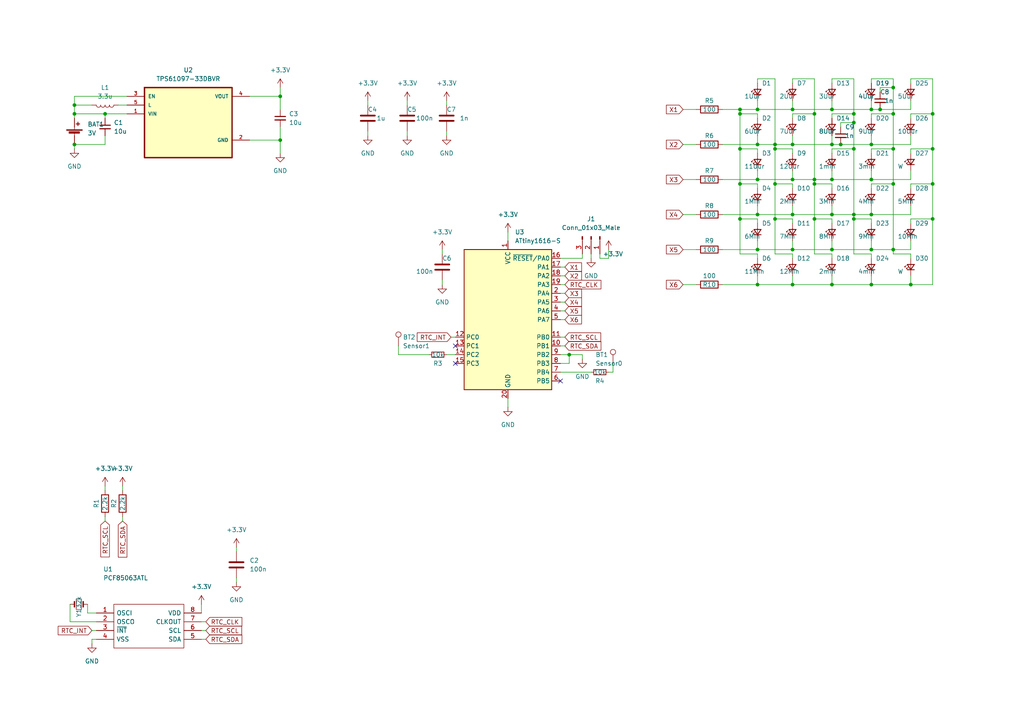
<source format=kicad_sch>
(kicad_sch (version 20211123) (generator eeschema)
  (paper "A4")
  (title_block (title "PCB-Horloge") (date "2022-10-15") (rev "1.0") (company "Daan Dekoning Krekels") (comment 1 "AP Hogeschool"))
  (lib_symbols
    (symbol "Connector:Conn_01x03_Male" (pin_names (offset 1.016) hide)
      (property "Reference" "J" (at 0 5.08 0))
      (property "Value" "Conn_01x03_Male" (at 0 -5.08 0))
      (symbol "Conn_01x03_Male_1_1"
        (polyline (pts (xy 1.27 -2.54) (xy 0.8636 -2.54)) (stroke (width 0.1524)))
        (polyline (pts (xy 1.27 0) (xy 0.8636 0)) (stroke (width 0.1524)))
        (polyline (pts (xy 1.27 2.54) (xy 0.8636 2.54)) (stroke (width 0.1524)))
        (rectangle (start 0.8636 -2.413) (end 0 -2.667) (stroke (width 0.1524)) (fill (type outline)))
        (rectangle (start 0.8636 0.127) (end 0 -0.127) (stroke (width 0.1524)) (fill (type outline)))
        (rectangle (start 0.8636 2.667) (end 0 2.413) (stroke (width 0.1524)) (fill (type outline)))
        (pin passive line (at 5.08 2.54 180) (length 3.81) (name "Pin_1") (number "1"))
        (pin passive line (at 5.08 0 180) (length 3.81) (name "Pin_2") (number "2"))
        (pin passive line (at 5.08 -2.54 180) (length 3.81) (name "Pin_3") (number "3"))
      )
    )
    (symbol "Connector:TestPoint" (pin_numbers hide) (pin_names (offset 0.762) hide)
      (property "Reference" "TP" (at 0 6.858 0))
      (property "Value" "TestPoint" (at 0 5.08 0))
      (symbol "TestPoint_0_1"
        (circle (center 0 3.302) (radius 0.762))
      )
      (symbol "TestPoint_1_1"
        (pin passive line (at 0 0 90) (length 2.54) (name "1") (number "1"))
      )
    )
    (symbol "Device:Battery_Cell" (pin_numbers hide) (pin_names (offset 0) hide)
      (property "Reference" "BT" (at 2.54 2.54 0))
      (property "Value" "Battery_Cell" (at 2.54 0 0))
      (symbol "Battery_Cell_0_1"
        (rectangle (start -2.286 1.778) (end 2.286 1.524) (fill (type outline)))
        (rectangle (start -1.5748 1.1938) (end 1.4732 0.6858) (fill (type outline)))
        (polyline (pts (xy 0 0.762) (xy 0 0)))
        (polyline (pts (xy 0 1.778) (xy 0 2.54)))
        (polyline (pts (xy 0.508 3.429) (xy 1.524 3.429)) (stroke (width 0.254)))
        (polyline (pts (xy 1.016 3.937) (xy 1.016 2.921)) (stroke (width 0.254)))
      )
      (symbol "Battery_Cell_1_1"
        (pin passive line (at 0 5.08 270) (length 2.54) (name "+") (number "1"))
        (pin passive line (at 0 -2.54 90) (length 2.54) (name "-") (number "2"))
      )
    )
    (symbol "Device:C" (pin_numbers hide) (pin_names (offset 0.254))
      (property "Reference" "C" (at 0.635 2.54 0))
      (property "Value" "C" (at 0.635 -2.54 0))
      (symbol "C_0_1"
        (polyline (pts (xy -2.032 -0.762) (xy 2.032 -0.762)) (stroke (width 0.508)))
        (polyline (pts (xy -2.032 0.762) (xy 2.032 0.762)) (stroke (width 0.508)))
      )
      (symbol "C_1_1"
        (pin passive line (at 0 3.81 270) (length 2.794) (name "~") (number "1"))
        (pin passive line (at 0 -3.81 90) (length 2.794) (name "~") (number "2"))
      )
    )
    (symbol "Device:C_Small" (pin_numbers hide) (pin_names (offset 0.254) hide)
      (property "Reference" "C" (at 0.254 1.778 0))
      (property "Value" "C_Small" (at 0.254 -2.032 0))
      (symbol "C_Small_0_1"
        (polyline (pts (xy -1.524 -0.508) (xy 1.524 -0.508)) (stroke (width 0.3302)))
        (polyline (pts (xy -1.524 0.508) (xy 1.524 0.508)) (stroke (width 0.3048)))
      )
      (symbol "C_Small_1_1"
        (pin passive line (at 0 2.54 270) (length 2.032) (name "~") (number "1"))
        (pin passive line (at 0 -2.54 90) (length 2.032) (name "~") (number "2"))
      )
    )
    (symbol "Device:Crystal_Small" (pin_numbers hide) (pin_names (offset 1.016) hide)
      (property "Reference" "Y" (at 0 2.54 0))
      (property "Value" "Crystal_Small" (at 0 -2.54 0))
      (symbol "Crystal_Small_0_1"
        (rectangle (start -0.762 -1.524) (end 0.762 1.524))
        (polyline (pts (xy -1.27 -0.762) (xy -1.27 0.762)) (stroke (width 0.381)))
        (polyline (pts (xy 1.27 -0.762) (xy 1.27 0.762)) (stroke (width 0.381)))
      )
      (symbol "Crystal_Small_1_1"
        (pin passive line (at -2.54 0 0) (length 1.27) (name "1") (number "1"))
        (pin passive line (at 2.54 0 180) (length 1.27) (name "2") (number "2"))
      )
    )
    (symbol "Device:L" (pin_numbers hide) (pin_names (offset 1.016) hide)
      (property "Reference" "L" (at -1.27 0 90))
      (property "Value" "L" (at 1.905 0 90))
      (symbol "L_0_1"
        (arc (start 0 -2.54) (mid 0.635 -1.905) (end 0 -1.27))
        (arc (start 0 -1.27) (mid 0.635 -0.635) (end 0 0))
        (arc (start 0 0) (mid 0.635 0.635) (end 0 1.27))
        (arc (start 0 1.27) (mid 0.635 1.905) (end 0 2.54))
      )
      (symbol "L_1_1"
        (pin passive line (at 0 3.81 270) (length 1.27) (name "1") (number "1"))
        (pin passive line (at 0 -3.81 90) (length 1.27) (name "2") (number "2"))
      )
    )
    (symbol "Device:LED_Small" (pin_numbers hide) (pin_names (offset 0.254) hide)
      (property "Reference" "D" (at -1.27 3.175 0))
      (property "Value" "LED_Small" (at -4.445 -2.54 0))
      (symbol "LED_Small_0_1"
        (polyline (pts (xy -0.762 -1.016) (xy -0.762 1.016)) (stroke (width 0.254)))
        (polyline (pts (xy 1.016 0) (xy -0.762 0)))
        (polyline (pts (xy 0.762 -1.016) (xy -0.762 0) (xy 0.762 1.016) (xy 0.762 -1.016)) (stroke (width 0.254)))
        (polyline (pts (xy 0 0.762) (xy -0.508 1.27) (xy -0.254 1.27) (xy -0.508 1.27) (xy -0.508 1.016)))
        (polyline (pts (xy 0.508 1.27) (xy 0 1.778) (xy 0.254 1.778) (xy 0 1.778) (xy 0 1.524)))
      )
      (symbol "LED_Small_1_1"
        (pin passive line (at -2.54 0 0) (length 1.778) (name "K") (number "1"))
        (pin passive line (at 2.54 0 180) (length 1.778) (name "A") (number "2"))
      )
    )
    (symbol "Device:R" (pin_numbers hide) (pin_names (offset 0))
      (property "Reference" "R" (at 2.032 0 90))
      (property "Value" "R" (at 0 0 90))
      (symbol "R_0_1"
        (rectangle (start -1.016 -2.54) (end 1.016 2.54) (stroke (width 0.254)))
      )
      (symbol "R_1_1"
        (pin passive line (at 0 3.81 270) (length 1.27) (name "~") (number "1"))
        (pin passive line (at 0 -3.81 90) (length 1.27) (name "~") (number "2"))
      )
    )
    (symbol "Device:R_Small" (pin_numbers hide) (pin_names (offset 0.254) hide)
      (property "Reference" "R" (at 0.762 0.508 0))
      (property "Value" "R_Small" (at 0.762 -1.016 0))
      (symbol "R_Small_0_1"
        (rectangle (start -0.762 1.778) (end 0.762 -1.778) (stroke (width 0.2032)))
      )
      (symbol "R_Small_1_1"
        (pin passive line (at 0 2.54 270) (length 0.762) (name "~") (number "1"))
        (pin passive line (at 0 -2.54 90) (length 0.762) (name "~") (number "2"))
      )
    )
    (symbol "MCU_Microchip_ATtiny:ATtiny1616-S"
      (property "Reference" "U" (at -12.7 21.59 0))
      (property "Value" "ATtiny1616-S" (at 2.54 -21.59 0))
      (symbol "ATtiny1616-S_0_1"
        (rectangle (start -12.7 -20.32) (end 12.7 20.32) (stroke (width 0.254)) (fill (type background)))
      )
      (symbol "ATtiny1616-S_1_1"
        (pin power_in line (at 0 22.86 270) (length 2.54) (name "VCC") (number "1"))
        (pin bidirectional line (at 15.24 -7.62 180) (length 2.54) (name "PB1") (number "10"))
        (pin bidirectional line (at 15.24 -5.08 180) (length 2.54) (name "PB0") (number "11"))
        (pin bidirectional line (at -15.24 -5.08 0) (length 2.54) (name "PC0") (number "12"))
        (pin bidirectional line (at -15.24 -7.62 0) (length 2.54) (name "PC1") (number "13"))
        (pin bidirectional line (at -15.24 -10.16 0) (length 2.54) (name "PC2") (number "14"))
        (pin bidirectional line (at -15.24 -12.7 0) (length 2.54) (name "PC3") (number "15"))
        (pin bidirectional line (at 15.24 17.78 180) (length 2.54) (name "~{RESET}/PA0") (number "16"))
        (pin bidirectional line (at 15.24 15.24 180) (length 2.54) (name "PA1") (number "17"))
        (pin bidirectional line (at 15.24 12.7 180) (length 2.54) (name "PA2") (number "18"))
        (pin bidirectional line (at 15.24 10.16 180) (length 2.54) (name "PA3") (number "19"))
        (pin bidirectional line (at 15.24 7.62 180) (length 2.54) (name "PA4") (number "2"))
        (pin power_in line (at 0 -22.86 90) (length 2.54) (name "GND") (number "20"))
        (pin bidirectional line (at 15.24 5.08 180) (length 2.54) (name "PA5") (number "3"))
        (pin bidirectional line (at 15.24 2.54 180) (length 2.54) (name "PA6") (number "4"))
        (pin bidirectional line (at 15.24 0 180) (length 2.54) (name "PA7") (number "5"))
        (pin bidirectional line (at 15.24 -17.78 180) (length 2.54) (name "PB5") (number "6"))
        (pin bidirectional line (at 15.24 -15.24 180) (length 2.54) (name "PB4") (number "7"))
        (pin bidirectional line (at 15.24 -12.7 180) (length 2.54) (name "PB3") (number "8"))
        (pin bidirectional line (at 15.24 -10.16 180) (length 2.54) (name "PB2") (number "9"))
      )
    )
    (symbol "PCF85063AT_AAZ:PCF85063AT_AAZ" (pin_names (offset 0.762))
      (property "Reference" "IC" (at 26.67 7.62 0))
      (property "Value" "PCF85063AT_AAZ" (at 26.67 5.08 0))
      (symbol "PCF85063AT_AAZ_0_0"
        (pin passive line (at 0 0 0) (length 5.08) (name "OSCI") (number "1"))
        (pin passive line (at 0 -2.54 0) (length 5.08) (name "OSCO") (number "2"))
        (pin passive line (at 0 -5.08 0) (length 5.08) (name "~{INT}") (number "3"))
        (pin passive line (at 0 -7.62 0) (length 5.08) (name "VSS") (number "4"))
        (pin passive line (at 30.48 -7.62 180) (length 5.08) (name "SDA") (number "5"))
        (pin passive line (at 30.48 -5.08 180) (length 5.08) (name "SCL") (number "6"))
        (pin passive line (at 30.48 -2.54 180) (length 5.08) (name "CLKOUT") (number "7"))
        (pin passive line (at 30.48 0 180) (length 5.08) (name "VDD") (number "8"))
      )
      (symbol "PCF85063AT_AAZ_0_1"
        (polyline (pts (xy 5.08 2.54) (xy 25.4 2.54) (xy 25.4 -10.16) (xy 5.08 -10.16) (xy 5.08 2.54)) (stroke (width 0.1524)))
      )
    )
    (symbol "TPS61097-33DBVR:TPS61097-33DBVR" (pin_names (offset 1.016))
      (property "Reference" "U" (at -12.7 11.1506 0))
      (property "Value" "TPS61097-33DBVR" (at -12.7 -14.1478 0))
      (symbol "TPS61097-33DBVR_0_0"
        (rectangle (start -12.7 -10.16) (end 12.7 10.16) (stroke (width 0.4064)) (fill (type background)))
        (pin input line (at -17.78 2.54 0) (length 5.08) (name "VIN") (number "1"))
        (pin power_in line (at 17.78 -5.08 180) (length 5.08) (name "GND") (number "2"))
        (pin input line (at -17.78 7.62 0) (length 5.08) (name "EN") (number "3"))
        (pin output line (at 17.78 7.62 180) (length 5.08) (name "VOUT") (number "4"))
        (pin input line (at -17.78 5.08 0) (length 5.08) (name "L") (number "5"))
      )
    )
    (symbol "power:+3.3V" (power) (pin_names (offset 0))
      (property "Value" "+3.3V" (at 0 3.556 0))
      (symbol "+3.3V_0_1"
        (polyline (pts (xy -0.762 1.27) (xy 0 2.54)))
        (polyline (pts (xy 0 0) (xy 0 2.54)))
        (polyline (pts (xy 0 2.54) (xy 0.762 1.27)))
      )
      (symbol "+3.3V_1_1"
        (pin power_in line (at 0 0 90) (length 0) hide (name "+3.3V") (number "1"))
      )
    )
    (symbol "power:GND" (power) (pin_names (offset 0))
      (property "Value" "GND" (at 0 -3.81 0))
      (symbol "GND_0_1"
        (polyline (pts (xy 0 0) (xy 0 -1.27) (xy 1.27 -1.27) (xy 0 -2.54) (xy -1.27 -1.27) (xy 0 -1.27)))
      )
      (symbol "GND_1_1"
        (pin power_in line (at 0 0 270) (length 0) hide (name "GND") (number "1"))
      )
    )
  )
  (junction (at 229.87 72.39))
  (junction (at 241.3 62.23))
  (junction (at 236.22 33.02))
  (junction (at 252.73 62.23))
  (junction (at 259.08 33.02))
  (junction (at 252.73 41.91))
  (junction (at 214.63 43.18))
  (junction (at 236.22 52.07))
  (junction (at 243.84 41.91))
  (junction (at 219.71 72.39))
  (junction (at 241.3 31.75))
  (junction (at 252.73 72.39))
  (junction (at 270.51 63.5))
  (junction (at 224.79 63.5))
  (junction (at 247.65 43.18))
  (junction (at 21.59 33.02))
  (junction (at 247.65 33.02))
  (junction (at 264.16 82.55))
  (junction (at 236.22 63.5))
  (junction (at 214.63 33.02))
  (junction (at 259.08 25.4))
  (junction (at 241.3 82.55))
  (junction (at 224.79 43.18))
  (junction (at 81.28 27.94))
  (junction (at 247.65 35.56))
  (junction (at 229.87 82.55))
  (junction (at 30.48 33.02))
  (junction (at 252.73 82.55))
  (junction (at 165.1 102.87))
  (junction (at 270.51 43.18))
  (junction (at 252.73 52.07))
  (junction (at 229.87 62.23))
  (junction (at 229.87 31.75))
  (junction (at 255.27 31.75))
  (junction (at 229.87 52.07))
  (junction (at 236.22 53.34))
  (junction (at 21.59 30.48))
  (junction (at 214.63 63.5))
  (junction (at 270.51 33.02))
  (junction (at 219.71 82.55))
  (junction (at 21.59 41.91))
  (junction (at 219.71 41.91))
  (junction (at 252.73 31.75))
  (junction (at 214.63 31.75))
  (junction (at 224.79 41.91))
  (junction (at 247.65 62.23))
  (junction (at 241.3 72.39))
  (junction (at 219.71 62.23))
  (junction (at 270.51 53.34))
  (junction (at 241.3 52.07))
  (junction (at 219.71 31.75))
  (junction (at 247.65 63.5))
  (junction (at 81.28 40.64))
  (junction (at 241.3 41.91))
  (junction (at 259.08 72.39))
  (junction (at 229.87 41.91))
  (junction (at 224.79 53.34))
  (junction (at 259.08 53.34))
  (junction (at 219.71 52.07))
  (junction (at 214.63 53.34))
  (junction (at 259.08 43.18))
  (no_connect (at 132.08 100.33))
  (no_connect (at 132.08 105.41))
  (no_connect (at 162.56 110.49))
  (wire (pts (xy 264.16 43.18) (xy 270.51 43.18)))
  (wire (pts (xy 58.42 182.88) (xy 59.69 182.88)))
  (wire (pts (xy 168.91 102.87) (xy 165.1 102.87)))
  (wire (pts (xy 209.55 62.23) (xy 219.71 62.23)))
  (wire (pts (xy 106.68 38.1) (xy 106.68 39.37)))
  (wire (pts (xy 241.3 41.91) (xy 241.3 39.37)))
  (wire (pts (xy 198.12 31.75) (xy 201.93 31.75)))
  (wire (pts (xy 252.73 52.07) (xy 252.73 49.53)))
  (wire (pts (xy 209.55 31.75) (xy 214.63 31.75)))
  (wire (pts (xy 219.71 41.91) (xy 224.79 41.91)))
  (wire (pts (xy 229.87 74.93) (xy 229.87 73.66)))
  (wire (pts (xy 252.73 33.02) (xy 259.08 33.02)))
  (wire (pts (xy 168.91 104.14) (xy 168.91 102.87)))
  (wire (pts (xy 255.27 25.4) (xy 259.08 25.4)))
  (wire (pts (xy 252.73 31.75) (xy 255.27 31.75)))
  (wire (pts (xy 243.84 36.83) (xy 243.84 35.56)))
  (wire (pts (xy 219.71 74.93) (xy 219.71 73.66)))
  (wire (pts (xy 259.08 33.02) (xy 259.08 25.4)))
  (wire (pts (xy 247.65 43.18) (xy 247.65 35.56)))
  (wire (pts (xy 252.73 64.77) (xy 252.73 63.5)))
  (wire (pts (xy 236.22 63.5) (xy 241.3 63.5)))
  (wire (pts (xy 214.63 53.34) (xy 214.63 43.18)))
  (wire (pts (xy 252.73 82.55) (xy 252.73 80.01)))
  (wire (pts (xy 224.79 73.66) (xy 229.87 73.66)))
  (wire (pts (xy 270.51 33.02) (xy 270.51 22.86)))
  (wire (pts (xy 214.63 73.66) (xy 219.71 73.66)))
  (wire (pts (xy 264.16 22.86) (xy 270.51 22.86)))
  (wire (pts (xy 176.53 72.39) (xy 176.53 74.93)))
  (wire (pts (xy 68.58 158.75) (xy 68.58 160.02)))
  (wire (pts (xy 27.94 185.42) (xy 26.67 185.42)))
  (wire (pts (xy 229.87 62.23) (xy 229.87 59.69)))
  (wire (pts (xy 162.56 90.17) (xy 163.83 90.17)))
  (wire (pts (xy 214.63 31.75) (xy 219.71 31.75)))
  (wire (pts (xy 229.87 33.02) (xy 236.22 33.02)))
  (wire (pts (xy 264.16 64.77) (xy 264.16 63.5)))
  (wire (pts (xy 255.27 26.67) (xy 255.27 25.4)))
  (wire (pts (xy 241.3 41.91) (xy 243.84 41.91)))
  (wire (pts (xy 162.56 100.33) (xy 163.83 100.33)))
  (wire (pts (xy 26.67 182.88) (xy 27.94 182.88)))
  (wire (pts (xy 58.42 175.26) (xy 58.42 177.8)))
  (wire (pts (xy 219.71 52.07) (xy 219.71 49.53)))
  (wire (pts (xy 214.63 33.02) (xy 214.63 31.75)))
  (wire (pts (xy 241.3 33.02) (xy 247.65 33.02)))
  (wire (pts (xy 219.71 31.75) (xy 229.87 31.75)))
  (wire (pts (xy 214.63 63.5) (xy 214.63 53.34)))
  (wire (pts (xy 229.87 31.75) (xy 241.3 31.75)))
  (wire (pts (xy 259.08 72.39) (xy 264.16 72.39)))
  (wire (pts (xy 241.3 34.29) (xy 241.3 33.02)))
  (wire (pts (xy 147.32 115.57) (xy 147.32 118.11)))
  (wire (pts (xy 270.51 82.55) (xy 270.51 63.5)))
  (wire (pts (xy 236.22 52.07) (xy 236.22 33.02)))
  (wire (pts (xy 198.12 72.39) (xy 201.93 72.39)))
  (wire (pts (xy 224.79 43.18) (xy 229.87 43.18)))
  (wire (pts (xy 252.73 41.91) (xy 264.16 41.91)))
  (wire (pts (xy 224.79 53.34) (xy 229.87 53.34)))
  (wire (pts (xy 25.4 177.8) (xy 25.4 175.26)))
  (wire (pts (xy 229.87 44.45) (xy 229.87 43.18)))
  (wire (pts (xy 21.59 30.48) (xy 26.67 30.48)))
  (wire (pts (xy 165.1 102.87) (xy 162.56 102.87)))
  (wire (pts (xy 236.22 53.34) (xy 241.3 53.34)))
  (wire (pts (xy 259.08 72.39) (xy 259.08 53.34)))
  (wire (pts (xy 259.08 33.02) (xy 259.08 43.18)))
  (wire (pts (xy 176.53 107.95) (xy 177.8 107.95)))
  (wire (pts (xy 30.48 39.37) (xy 30.48 41.91)))
  (wire (pts (xy 252.73 72.39) (xy 252.73 69.85)))
  (wire (pts (xy 30.48 33.02) (xy 36.83 33.02)))
  (wire (pts (xy 241.3 52.07) (xy 241.3 49.53)))
  (wire (pts (xy 264.16 53.34) (xy 270.51 53.34)))
  (wire (pts (xy 219.71 64.77) (xy 219.71 63.5)))
  (wire (pts (xy 128.27 81.28) (xy 128.27 82.55)))
  (wire (pts (xy 229.87 41.91) (xy 241.3 41.91)))
  (wire (pts (xy 129.54 29.21) (xy 129.54 30.48)))
  (wire (pts (xy 252.73 82.55) (xy 264.16 82.55)))
  (wire (pts (xy 270.51 53.34) (xy 270.51 43.18)))
  (wire (pts (xy 241.3 43.18) (xy 247.65 43.18)))
  (wire (pts (xy 241.3 31.75) (xy 252.73 31.75)))
  (wire (pts (xy 219.71 53.34) (xy 214.63 53.34)))
  (wire (pts (xy 21.59 27.94) (xy 21.59 30.48)))
  (wire (pts (xy 241.3 44.45) (xy 241.3 43.18)))
  (wire (pts (xy 229.87 34.29) (xy 229.87 33.02)))
  (wire (pts (xy 219.71 44.45) (xy 219.71 43.18)))
  (wire (pts (xy 162.56 87.63) (xy 163.83 87.63)))
  (wire (pts (xy 247.65 62.23) (xy 247.65 43.18)))
  (wire (pts (xy 224.79 43.18) (xy 224.79 41.91)))
  (wire (pts (xy 209.55 72.39) (xy 219.71 72.39)))
  (wire (pts (xy 198.12 82.55) (xy 201.93 82.55)))
  (wire (pts (xy 229.87 41.91) (xy 229.87 39.37)))
  (wire (pts (xy 219.71 31.75) (xy 219.71 29.21)))
  (wire (pts (xy 219.71 41.91) (xy 219.71 39.37)))
  (wire (pts (xy 214.63 33.02) (xy 219.71 33.02)))
  (wire (pts (xy 270.51 43.18) (xy 270.51 33.02)))
  (wire (pts (xy 219.71 62.23) (xy 229.87 62.23)))
  (wire (pts (xy 229.87 52.07) (xy 229.87 49.53)))
  (wire (pts (xy 241.3 72.39) (xy 252.73 72.39)))
  (wire (pts (xy 177.8 107.95) (xy 177.8 105.41)))
  (wire (pts (xy 264.16 54.61) (xy 264.16 53.34)))
  (wire (pts (xy 264.16 74.93) (xy 264.16 73.66)))
  (wire (pts (xy 241.3 52.07) (xy 252.73 52.07)))
  (wire (pts (xy 176.53 74.93) (xy 173.99 74.93)))
  (wire (pts (xy 21.59 27.94) (xy 36.83 27.94)))
  (wire (pts (xy 219.71 52.07) (xy 229.87 52.07)))
  (wire (pts (xy 81.28 25.4) (xy 81.28 27.94)))
  (wire (pts (xy 118.11 38.1) (xy 118.11 39.37)))
  (wire (pts (xy 21.59 34.29) (xy 21.59 33.02)))
  (wire (pts (xy 129.54 102.87) (xy 132.08 102.87)))
  (wire (pts (xy 162.56 77.47) (xy 163.83 77.47)))
  (wire (pts (xy 224.79 53.34) (xy 224.79 43.18)))
  (wire (pts (xy 229.87 72.39) (xy 241.3 72.39)))
  (wire (pts (xy 252.73 31.75) (xy 252.73 29.21)))
  (wire (pts (xy 247.65 63.5) (xy 247.65 62.23)))
  (wire (pts (xy 219.71 24.13) (xy 219.71 22.86)))
  (wire (pts (xy 173.99 74.93) (xy 173.99 73.66)))
  (wire (pts (xy 115.57 100.33) (xy 115.57 102.87)))
  (wire (pts (xy 229.87 82.55) (xy 241.3 82.55)))
  (wire (pts (xy 34.29 30.48) (xy 36.83 30.48)))
  (wire (pts (xy 236.22 63.5) (xy 236.22 53.34)))
  (wire (pts (xy 264.16 73.66) (xy 259.08 73.66)))
  (wire (pts (xy 147.32 67.31) (xy 147.32 69.85)))
  (wire (pts (xy 241.3 82.55) (xy 241.3 80.01)))
  (wire (pts (xy 229.87 52.07) (xy 236.22 52.07)))
  (wire (pts (xy 236.22 52.07) (xy 241.3 52.07)))
  (wire (pts (xy 224.79 41.91) (xy 229.87 41.91)))
  (wire (pts (xy 214.63 43.18) (xy 219.71 43.18)))
  (wire (pts (xy 224.79 73.66) (xy 224.79 63.5)))
  (wire (pts (xy 264.16 24.13) (xy 264.16 22.86)))
  (wire (pts (xy 247.65 35.56) (xy 247.65 33.02)))
  (wire (pts (xy 165.1 105.41) (xy 165.1 102.87)))
  (wire (pts (xy 229.87 54.61) (xy 229.87 53.34)))
  (wire (pts (xy 106.68 29.21) (xy 106.68 30.48)))
  (wire (pts (xy 252.73 44.45) (xy 252.73 43.18)))
  (wire (pts (xy 259.08 25.4) (xy 259.08 22.86)))
  (wire (pts (xy 58.42 185.42) (xy 59.69 185.42)))
  (wire (pts (xy 162.56 82.55) (xy 163.83 82.55)))
  (wire (pts (xy 252.73 62.23) (xy 264.16 62.23)))
  (wire (pts (xy 264.16 41.91) (xy 264.16 39.37)))
  (wire (pts (xy 264.16 31.75) (xy 264.16 29.21)))
  (wire (pts (xy 241.3 22.86) (xy 247.65 22.86)))
  (wire (pts (xy 219.71 62.23) (xy 219.71 59.69)))
  (wire (pts (xy 241.3 54.61) (xy 241.3 53.34)))
  (wire (pts (xy 243.84 35.56) (xy 247.65 35.56)))
  (wire (pts (xy 264.16 72.39) (xy 264.16 69.85)))
  (wire (pts (xy 252.73 52.07) (xy 264.16 52.07)))
  (wire (pts (xy 219.71 63.5) (xy 214.63 63.5)))
  (wire (pts (xy 241.3 24.13) (xy 241.3 22.86)))
  (wire (pts (xy 219.71 82.55) (xy 219.71 80.01)))
  (wire (pts (xy 229.87 72.39) (xy 229.87 69.85)))
  (wire (pts (xy 26.67 185.42) (xy 26.67 186.69)))
  (wire (pts (xy 236.22 33.02) (xy 236.22 22.86)))
  (wire (pts (xy 241.3 74.93) (xy 241.3 73.66)))
  (wire (pts (xy 162.56 105.41) (xy 165.1 105.41)))
  (wire (pts (xy 241.3 62.23) (xy 241.3 59.69)))
  (wire (pts (xy 219.71 34.29) (xy 219.71 33.02)))
  (wire (pts (xy 224.79 22.86) (xy 224.79 41.91)))
  (wire (pts (xy 162.56 74.93) (xy 168.91 74.93)))
  (wire (pts (xy 35.56 151.13) (xy 35.56 149.86)))
  (wire (pts (xy 255.27 31.75) (xy 264.16 31.75)))
  (wire (pts (xy 252.73 24.13) (xy 252.73 22.86)))
  (wire (pts (xy 30.48 140.97) (xy 30.48 142.24)))
  (wire (pts (xy 209.55 82.55) (xy 219.71 82.55)))
  (wire (pts (xy 162.56 92.71) (xy 163.83 92.71)))
  (wire (pts (xy 198.12 52.07) (xy 201.93 52.07)))
  (wire (pts (xy 264.16 52.07) (xy 264.16 49.53)))
  (wire (pts (xy 236.22 53.34) (xy 236.22 52.07)))
  (wire (pts (xy 198.12 41.91) (xy 201.93 41.91)))
  (wire (pts (xy 81.28 31.75) (xy 81.28 27.94)))
  (wire (pts (xy 219.71 54.61) (xy 219.71 53.34)))
  (wire (pts (xy 252.73 54.61) (xy 252.73 53.34)))
  (wire (pts (xy 264.16 33.02) (xy 270.51 33.02)))
  (wire (pts (xy 252.73 43.18) (xy 259.08 43.18)))
  (wire (pts (xy 214.63 73.66) (xy 214.63 63.5)))
  (wire (pts (xy 247.65 62.23) (xy 252.73 62.23)))
  (wire (pts (xy 219.71 82.55) (xy 229.87 82.55)))
  (wire (pts (xy 219.71 22.86) (xy 224.79 22.86)))
  (wire (pts (xy 252.73 53.34) (xy 259.08 53.34)))
  (wire (pts (xy 236.22 73.66) (xy 241.3 73.66)))
  (wire (pts (xy 241.3 64.77) (xy 241.3 63.5)))
  (wire (pts (xy 236.22 73.66) (xy 236.22 63.5)))
  (wire (pts (xy 30.48 33.02) (xy 30.48 34.29)))
  (wire (pts (xy 264.16 63.5) (xy 270.51 63.5)))
  (wire (pts (xy 129.54 38.1) (xy 129.54 39.37)))
  (wire (pts (xy 224.79 63.5) (xy 224.79 53.34)))
  (wire (pts (xy 229.87 82.55) (xy 229.87 80.01)))
  (wire (pts (xy 21.59 30.48) (xy 21.59 33.02)))
  (wire (pts (xy 81.28 27.94) (xy 72.39 27.94)))
  (wire (pts (xy 81.28 40.64) (xy 81.28 44.45)))
  (wire (pts (xy 252.73 74.93) (xy 252.73 73.66)))
  (wire (pts (xy 128.27 72.39) (xy 128.27 73.66)))
  (wire (pts (xy 252.73 41.91) (xy 252.73 39.37)))
  (wire (pts (xy 264.16 34.29) (xy 264.16 33.02)))
  (wire (pts (xy 252.73 73.66) (xy 247.65 73.66)))
  (wire (pts (xy 21.59 33.02) (xy 30.48 33.02)))
  (wire (pts (xy 229.87 31.75) (xy 229.87 29.21)))
  (wire (pts (xy 241.3 72.39) (xy 241.3 69.85)))
  (wire (pts (xy 259.08 53.34) (xy 259.08 43.18)))
  (wire (pts (xy 214.63 43.18) (xy 214.63 33.02)))
  (wire (pts (xy 264.16 62.23) (xy 264.16 59.69)))
  (wire (pts (xy 20.32 175.26) (xy 20.32 180.34)))
  (wire (pts (xy 209.55 52.07) (xy 219.71 52.07)))
  (wire (pts (xy 229.87 64.77) (xy 229.87 63.5)))
  (wire (pts (xy 229.87 22.86) (xy 236.22 22.86)))
  (wire (pts (xy 171.45 74.93) (xy 171.45 73.66)))
  (wire (pts (xy 229.87 24.13) (xy 229.87 22.86)))
  (wire (pts (xy 68.58 167.64) (xy 68.58 168.91)))
  (wire (pts (xy 30.48 151.13) (xy 30.48 149.86)))
  (wire (pts (xy 20.32 180.34) (xy 27.94 180.34)))
  (wire (pts (xy 162.56 107.95) (xy 171.45 107.95)))
  (wire (pts (xy 252.73 34.29) (xy 252.73 33.02)))
  (wire (pts (xy 72.39 40.64) (xy 81.28 40.64)))
  (wire (pts (xy 229.87 63.5) (xy 224.79 63.5)))
  (wire (pts (xy 241.3 82.55) (xy 252.73 82.55)))
  (wire (pts (xy 252.73 72.39) (xy 259.08 72.39)))
  (wire (pts (xy 247.65 63.5) (xy 252.73 63.5)))
  (wire (pts (xy 264.16 82.55) (xy 264.16 80.01)))
  (wire (pts (xy 162.56 97.79) (xy 163.83 97.79)))
  (wire (pts (xy 252.73 62.23) (xy 252.73 59.69)))
  (wire (pts (xy 162.56 85.09) (xy 163.83 85.09)))
  (wire (pts (xy 115.57 102.87) (xy 124.46 102.87)))
  (wire (pts (xy 35.56 140.97) (xy 35.56 142.24)))
  (wire (pts (xy 241.3 31.75) (xy 241.3 29.21)))
  (wire (pts (xy 209.55 41.91) (xy 219.71 41.91)))
  (wire (pts (xy 27.94 177.8) (xy 25.4 177.8)))
  (wire (pts (xy 168.91 73.66) (xy 168.91 74.93)))
  (wire (pts (xy 21.59 41.91) (xy 21.59 43.18)))
  (wire (pts (xy 252.73 22.86) (xy 259.08 22.86)))
  (wire (pts (xy 241.3 62.23) (xy 247.65 62.23)))
  (wire (pts (xy 270.51 63.5) (xy 270.51 53.34)))
  (wire (pts (xy 198.12 62.23) (xy 201.93 62.23)))
  (wire (pts (xy 219.71 72.39) (xy 219.71 69.85)))
  (wire (pts (xy 81.28 36.83) (xy 81.28 40.64)))
  (wire (pts (xy 58.42 180.34) (xy 59.69 180.34)))
  (wire (pts (xy 229.87 62.23) (xy 241.3 62.23)))
  (wire (pts (xy 247.65 73.66) (xy 247.65 63.5)))
  (wire (pts (xy 162.56 80.01) (xy 163.83 80.01)))
  (wire (pts (xy 118.11 29.21) (xy 118.11 30.48)))
  (wire (pts (xy 219.71 72.39) (xy 229.87 72.39)))
  (wire (pts (xy 130.81 97.79) (xy 132.08 97.79)))
  (wire (pts (xy 264.16 82.55) (xy 270.51 82.55)))
  (wire (pts (xy 264.16 44.45) (xy 264.16 43.18)))
  (wire (pts (xy 247.65 22.86) (xy 247.65 33.02)))
  (wire (pts (xy 30.48 41.91) (xy 21.59 41.91)))
  (wire (pts (xy 259.08 73.66) (xy 259.08 72.39)))
  (wire (pts (xy 243.84 41.91) (xy 252.73 41.91)))
  (global_label "X1" (shape input) (at 198.12 31.75 180) (property "Intersheet References" "${INTERSHEET_REFS}" (effects hide)))
  (global_label "X2" (shape input) (at 163.83 80.01 0) (property "Intersheet References" "${INTERSHEET_REFS}" (effects hide)))
  (global_label "X5" (shape input) (at 198.12 72.39 180) (property "Intersheet References" "${INTERSHEET_REFS}" (effects hide)))
  (global_label "X4" (shape input) (at 163.83 87.63 0) (property "Intersheet References" "${INTERSHEET_REFS}" (effects hide)))
  (global_label "RTC_CLK" (shape input) (at 59.69 180.34 0) (property "Intersheet References" "${INTERSHEET_REFS}" (effects hide)))
  (global_label "X6" (shape input) (at 198.12 82.55 180) (property "Intersheet References" "${INTERSHEET_REFS}" (effects hide)))
  (global_label "X5" (shape input) (at 163.83 90.17 0) (property "Intersheet References" "${INTERSHEET_REFS}" (effects hide)))
  (global_label "RTC_CLK" (shape input) (at 163.83 82.55 0) (property "Intersheet References" "${INTERSHEET_REFS}" (effects hide)))
  (global_label "RTC_SDA" (shape input) (at 163.83 100.33 0) (property "Intersheet References" "${INTERSHEET_REFS}" (effects hide)))
  (global_label "RTC_INT" (shape input) (at 130.81 97.79 180) (property "Intersheet References" "${INTERSHEET_REFS}" (effects hide)))
  (global_label "RTC_SDA" (shape input) (at 59.69 185.42 0) (property "Intersheet References" "${INTERSHEET_REFS}" (effects hide)))
  (global_label "RTC_INT" (shape input) (at 26.67 182.88 180) (property "Intersheet References" "${INTERSHEET_REFS}" (effects hide)))
  (global_label "RTC_SDA" (shape input) (at 35.56 151.13 270) (property "Intersheet References" "${INTERSHEET_REFS}" (effects hide)))
  (global_label "RTC_SCL" (shape input) (at 59.69 182.88 0) (property "Intersheet References" "${INTERSHEET_REFS}" (effects hide)))
  (global_label "RTC_SCL" (shape input) (at 163.83 97.79 0) (property "Intersheet References" "${INTERSHEET_REFS}" (effects hide)))
  (global_label "X3" (shape input) (at 198.12 52.07 180) (property "Intersheet References" "${INTERSHEET_REFS}" (effects hide)))
  (global_label "X3" (shape input) (at 163.83 85.09 0) (property "Intersheet References" "${INTERSHEET_REFS}" (effects hide)))
  (global_label "RTC_SCL" (shape input) (at 30.48 151.13 270) (property "Intersheet References" "${INTERSHEET_REFS}" (effects hide)))
  (global_label "X2" (shape input) (at 198.12 41.91 180) (property "Intersheet References" "${INTERSHEET_REFS}" (effects hide)))
  (global_label "X1" (shape input) (at 163.83 77.47 0) (property "Intersheet References" "${INTERSHEET_REFS}" (effects hide)))
  (global_label "X6" (shape input) (at 163.83 92.71 0) (property "Intersheet References" "${INTERSHEET_REFS}" (effects hide)))
  (global_label "X4" (shape input) (at 198.12 62.23 180) (property "Intersheet References" "${INTERSHEET_REFS}" (effects hide)))
  (symbol (lib_id "power:GND") (at 118.11 39.37 0) (unit 1)
    (property "Reference" "#PWR013" (effects hide))
    (property "Value" "GND" (at 118.11 44.45 0))
  )
  (symbol (lib_id "Device:C_Small") (at 255.27 29.21 0) (unit 1)
    (property "Reference" "C8" (at 255.27 26.67 0) (effects (justify left)))
    (property "Value" "1n" (at 256.54 29.21 0) (effects (justify left)))
    (property "Footprint" "Capacitor_SMD:C_0805_2012Metric_Pad1.18x1.45mm_HandSolder" (effects hide))
  )
  (symbol (lib_id "Device:LED_Small") (at 229.87 57.15 90) (unit 1)
    (property "Reference" "D10" (at 231.14 54.61 90) (effects (justify right)))
    (property "Value" "2Min" (at 226.06 58.42 90) (effects (justify right)))
    (property "Footprint" "Library:LED_0805_2012Metric_Pad1.15x1.40mm_HandSolder-no-silkscreen" (effects hide))
  )
  (symbol (lib_id "Connector:TestPoint") (at 177.8 105.41 0) (unit 1)
    (property "Reference" "BT1" (at 172.72 102.87 0) (effects (justify left)))
    (property "Value" "Sensor0" (at 172.72 105.41 0) (effects (justify left)))
    (property "Footprint" "TestPoint:TestPoint_Pad_D4.0mm" (effects hide))
  )
  (symbol (lib_id "power:GND") (at 26.67 186.69 0) (unit 1)
    (property "Reference" "#PWR02" (effects hide))
    (property "Value" "GND" (at 26.67 191.77 0))
  )
  (symbol (lib_id "Device:C_Small") (at 81.28 34.29 0) (unit 1)
    (property "Reference" "C3" (at 83.82 33.0262 0) (effects (justify left)))
    (property "Value" "10u" (at 83.82 35.5662 0) (effects (justify left)))
    (property "Footprint" "Capacitor_SMD:C_0805_2012Metric_Pad1.18x1.45mm_HandSolder" (effects hide))
  )
  (symbol (lib_id "Device:LED_Small") (at 229.87 36.83 90) (unit 1)
    (property "Reference" "D8" (at 231.14 34.29 90) (effects (justify right)))
    (property "Value" "7Uur" (at 226.06 38.1 90) (effects (justify right)))
    (property "Footprint" "Library:LED_0805_2012Metric_Pad1.15x1.40mm_HandSolder-no-silkscreen" (effects hide))
  )
  (symbol (lib_id "power:+3.3V") (at 58.42 175.26 0) (unit 1)
    (property "Reference" "#PWR05" (effects hide))
    (property "Value" "+3.3V" (at 58.42 170.18 0))
  )
  (symbol (lib_id "power:GND") (at 171.45 74.93 0) (unit 1)
    (property "Reference" "#PWR021" (effects hide))
    (property "Value" "GND" (at 171.45 80.01 0))
  )
  (symbol (lib_id "power:+3.3V") (at 118.11 29.21 0) (unit 1)
    (property "Reference" "#PWR012" (effects hide))
    (property "Value" "+3.3V" (at 118.11 24.13 0))
  )
  (symbol (lib_id "PCF85063AT_AAZ:PCF85063AT_AAZ") (at 27.94 177.8 0) (unit 1)
    (property "Reference" "U1" (at 29.9594 165.1 0) (effects (justify left)))
    (property "Value" "PCF85063ATL" (at 29.9594 167.64 0) (effects (justify left)))
    (property "Footprint" "PCF85063AT:SOIC127P600X175-8N" (effects hide))
    (property "Datasheet" "http://www.nxp.com/docs/en/data-sheet/PCF85063A.pdf" (effects hide))
    (property "Description" "Real Time Clock Low Power Real time clocks" (effects hide))
    (property "Height" "1.75" (effects hide))
    (property "Manufacturer_Name" "NXP" (effects hide))
    (property "Manufacturer_Part_Number" "PCF85063AT/AAZ" (effects hide))
    (property "Mouser Part Number" "771-PCF85063AT/AAZ" (effects hide))
    (property "Mouser Price/Stock" "https://www.mouser.co.uk/ProductDetail/NXP-Semiconductors/PCF85063AT-AAZ?qs=sV%252BQJnSpgu9E5WpV9lmUdg%3D%3D" (effects hide))
    (property "Arrow Part Number" "PCF85063AT/AAZ" (effects hide))
    (property "Arrow Price/Stock" "https://www.arrow.com/en/products/pcf85063ataaz/nxp-semiconductors?region=nac" (effects hide))
  )
  (symbol (lib_id "Device:R") (at 205.74 62.23 90) (unit 1)
    (property "Reference" "R8" (at 205.74 59.69 90))
    (property "Value" "100" (at 205.74 62.23 90))
    (property "Footprint" "Resistor_SMD:R_0805_2012Metric_Pad1.20x1.40mm_HandSolder" (effects hide))
  )
  (symbol (lib_id "Device:LED_Small") (at 219.71 46.99 90) (unit 1)
    (property "Reference" "D3" (at 220.98 44.45 90) (effects (justify right)))
    (property "Value" "11Uur" (at 215.9 48.26 90) (effects (justify right)))
    (property "Footprint" "Library:LED_0805_2012Metric_Pad1.15x1.40mm_HandSolder-no-silkscreen" (effects hide))
  )
  (symbol (lib_id "Device:LED_Small") (at 241.3 46.99 90) (unit 1)
    (property "Reference" "D15" (at 242.57 44.45 90) (effects (justify right)))
    (property "Value" "1min" (at 237.49 48.26 90) (effects (justify right)))
    (property "Footprint" "Library:LED_0805_2012Metric_Pad1.15x1.40mm_HandSolder-no-silkscreen" (effects hide))
  )
  (symbol (lib_id "Device:R") (at 205.74 82.55 90) (unit 1)
    (property "Reference" "R10" (at 205.74 82.55 90))
    (property "Value" "100" (at 205.74 80.01 90))
    (property "Footprint" "Resistor_SMD:R_0805_2012Metric_Pad1.20x1.40mm_HandSolder" (effects hide))
  )
  (symbol (lib_id "power:GND") (at 68.58 168.91 0) (unit 1)
    (property "Reference" "#PWR07" (effects hide))
    (property "Value" "GND" (at 68.58 173.99 0))
  )
  (symbol (lib_id "power:+3.3V") (at 68.58 158.75 0) (unit 1)
    (property "Reference" "#PWR06" (effects hide))
    (property "Value" "+3.3V" (at 68.58 153.67 0))
  )
  (symbol (lib_id "power:+3.3V") (at 81.28 25.4 0) (unit 1)
    (property "Reference" "#PWR08" (effects hide))
    (property "Value" "+3.3V" (at 81.28 20.32 0))
  )
  (symbol (lib_id "Device:C") (at 118.11 34.29 0) (unit 1)
    (property "Reference" "C5" (at 118.11 31.75 0) (effects (justify left)))
    (property "Value" "100n" (at 120.65 34.29 0) (effects (justify left)))
    (property "Footprint" "Capacitor_SMD:C_0805_2012Metric_Pad1.18x1.45mm_HandSolder" (effects hide))
  )
  (symbol (lib_id "Device:R") (at 205.74 31.75 90) (unit 1)
    (property "Reference" "R5" (at 205.74 29.21 90))
    (property "Value" "100" (at 205.74 31.75 90))
    (property "Footprint" "Resistor_SMD:R_0805_2012Metric_Pad1.20x1.40mm_HandSolder" (effects hide))
  )
  (symbol (lib_id "power:GND") (at 168.91 104.14 0) (unit 1)
    (property "Reference" "#PWR020" (effects hide))
    (property "Value" "GND" (at 168.91 109.22 0))
  )
  (symbol (lib_id "Device:LED_Small") (at 264.16 57.15 90) (unit 1)
    (property "Reference" "D28" (at 265.43 54.61 90) (effects (justify right)))
    (property "Value" "5Min" (at 260.35 58.42 90) (effects (justify right)))
    (property "Footprint" "Library:LED_0805_2012Metric_Pad1.15x1.40mm_HandSolder-no-silkscreen" (effects hide))
  )
  (symbol (lib_id "Device:LED_Small") (at 229.87 46.99 90) (unit 1)
    (property "Reference" "D9" (at 231.14 44.45 90) (effects (justify right)))
    (property "Value" "12Uur" (at 226.06 48.26 90) (effects (justify right)))
    (property "Footprint" "Library:LED_0805_2012Metric_Pad1.15x1.40mm_HandSolder-no-silkscreen" (effects hide))
  )
  (symbol (lib_id "Device:R") (at 205.74 52.07 90) (unit 1)
    (property "Reference" "R7" (at 205.74 49.53 90))
    (property "Value" "100" (at 205.74 52.07 90))
    (property "Footprint" "Resistor_SMD:R_0805_2012Metric_Pad1.20x1.40mm_HandSolder" (effects hide))
  )
  (symbol (lib_id "power:GND") (at 147.32 118.11 0) (unit 1)
    (property "Reference" "#PWR019" (effects hide))
    (property "Value" "GND" (at 147.32 123.19 0))
  )
  (symbol (lib_id "Device:LED_Small") (at 252.73 36.83 90) (unit 1)
    (property "Reference" "D20" (at 254 34.29 90) (effects (justify right)))
    (property "Value" "9Uur" (at 248.92 38.1 90) (effects (justify right)))
    (property "Footprint" "Library:LED_0805_2012Metric_Pad1.15x1.40mm_HandSolder-no-silkscreen" (effects hide))
  )
  (symbol (lib_id "Device:LED_Small") (at 219.71 26.67 90) (unit 1)
    (property "Reference" "D1" (at 220.98 24.13 90) (effects (justify right)))
    (property "Value" "1Uur" (at 215.9 27.94 90) (effects (justify right)))
    (property "Footprint" "Library:LED_0805_2012Metric_Pad1.15x1.40mm_HandSolder-no-silkscreen" (effects hide))
  )
  (symbol (lib_id "Connector:Conn_01x03_Male") (at 171.45 68.58 270) (unit 1)
    (property "Reference" "J1" (at 171.45 63.5 90))
    (property "Value" "Conn_01x03_Male" (at 171.45 66.04 90))
    (property "Footprint" "Connector_PinHeader_2.54mm:PinHeader_1x03_P2.54mm_Vertical" (effects hide))
  )
  (symbol (lib_id "Device:LED_Small") (at 252.73 46.99 90) (unit 1)
    (property "Reference" "D21" (at 254 44.45 90) (effects (justify right)))
    (property "Value" "3min" (at 248.92 48.26 90) (effects (justify right)))
    (property "Footprint" "Library:LED_0805_2012Metric_Pad1.15x1.40mm_HandSolder-no-silkscreen" (effects hide))
  )
  (symbol (lib_id "Device:R") (at 205.74 72.39 90) (unit 1)
    (property "Reference" "R9" (at 205.74 69.85 90))
    (property "Value" "100" (at 205.74 72.39 90))
    (property "Footprint" "Resistor_SMD:R_0805_2012Metric_Pad1.20x1.40mm_HandSolder" (effects hide))
  )
  (symbol (lib_id "power:+3.3V") (at 128.27 72.39 0) (unit 1)
    (property "Reference" "#PWR014" (effects hide))
    (property "Value" "+3.3V" (at 128.27 67.31 0))
  )
  (symbol (lib_id "Device:LED_Small") (at 219.71 57.15 90) (unit 1)
    (property "Reference" "D4" (at 220.98 54.61 90) (effects (justify right)))
    (property "Value" "1Min" (at 215.9 58.42 90) (effects (justify right)))
    (property "Footprint" "Library:LED_0805_2012Metric_Pad1.15x1.40mm_HandSolder-no-silkscreen" (effects hide))
  )
  (symbol (lib_id "Device:LED_Small") (at 264.16 77.47 90) (unit 1)
    (property "Reference" "D30" (at 265.43 74.93 90) (effects (justify right)))
    (property "Value" "W" (at 260.35 78.74 90) (effects (justify right)))
    (property "Footprint" "Library:LED_0805_2012Metric_Pad1.15x1.40mm_HandSolder-no-silkscreen" (effects hide))
  )
  (symbol (lib_id "Device:LED_Small") (at 264.16 67.31 90) (unit 1)
    (property "Reference" "D29" (at 265.43 64.77 90) (effects (justify right)))
    (property "Value" "10Min" (at 260.35 68.58 90) (effects (justify right)))
    (property "Footprint" "Library:LED_0805_2012Metric_Pad1.15x1.40mm_HandSolder-no-silkscreen" (effects hide))
  )
  (symbol (lib_id "power:+3.3V") (at 147.32 67.31 0) (unit 1)
    (property "Reference" "#PWR018" (effects hide))
    (property "Value" "+3.3V" (at 147.32 62.23 0))
  )
  (symbol (lib_id "power:+3.3V") (at 106.68 29.21 0) (unit 1)
    (property "Reference" "#PWR010" (effects hide))
    (property "Value" "+3.3V" (at 106.68 24.13 0))
  )
  (symbol (lib_id "Device:R") (at 35.56 146.05 0) (unit 1)
    (property "Reference" "R2" (at 33.02 146.05 90))
    (property "Value" "2.2k" (at 35.56 146.05 90))
    (property "Footprint" "Resistor_SMD:R_0805_2012Metric_Pad1.20x1.40mm_HandSolder" (effects hide))
  )
  (symbol (lib_id "Device:LED_Small") (at 229.87 26.67 90) (unit 1)
    (property "Reference" "D7" (at 231.14 24.13 90) (effects (justify right)))
    (property "Value" "2Uur" (at 226.06 27.94 90) (effects (justify right)))
    (property "Footprint" "Library:LED_0805_2012Metric_Pad1.15x1.40mm_HandSolder-no-silkscreen" (effects hide))
  )
  (symbol (lib_id "Device:C_Small") (at 30.48 36.83 0) (unit 1)
    (property "Reference" "C1" (at 33.02 35.5662 0) (effects (justify left)))
    (property "Value" "10u" (at 33.02 38.1062 0) (effects (justify left)))
    (property "Footprint" "Capacitor_SMD:C_0805_2012Metric_Pad1.18x1.45mm_HandSolder" (effects hide))
  )
  (symbol (lib_id "Device:LED_Small") (at 264.16 26.67 90) (unit 1)
    (property "Reference" "D25" (at 265.43 24.13 90) (effects (justify right)))
    (property "Value" "5Uur" (at 260.35 27.94 90) (effects (justify right)))
    (property "Footprint" "Library:LED_0805_2012Metric_Pad1.15x1.40mm_HandSolder-no-silkscreen" (effects hide))
  )
  (symbol (lib_id "Device:LED_Small") (at 241.3 67.31 90) (unit 1)
    (property "Reference" "D17" (at 242.57 64.77 90) (effects (justify right)))
    (property "Value" "8Min" (at 237.49 68.58 90) (effects (justify right)))
    (property "Footprint" "Library:LED_0805_2012Metric_Pad1.15x1.40mm_HandSolder-no-silkscreen" (effects hide))
  )
  (symbol (lib_id "power:GND") (at 106.68 39.37 0) (unit 1)
    (property "Reference" "#PWR011" (effects hide))
    (property "Value" "GND" (at 106.68 44.45 0))
  )
  (symbol (lib_id "Device:L") (at 30.48 30.48 270) (unit 1)
    (property "Reference" "L1" (at 30.48 25.4 90))
    (property "Value" "3.3u" (at 30.48 27.94 90))
    (property "Footprint" "Library:IND_VLS3015CX-3R3M-H" (effects hide))
    (property "Datasheet" "https://be.farnell.com/tdk/vls3015cx-3r3m-h/inductor-3-3uh-shielded-2-24a/dp/3651815" (effects hide))
  )
  (symbol (lib_id "Device:LED_Small") (at 241.3 26.67 90) (unit 1)
    (property "Reference" "D13" (at 242.57 24.13 90) (effects (justify right)))
    (property "Value" "3Uur" (at 237.49 27.94 90) (effects (justify right)))
    (property "Footprint" "Library:LED_0805_2012Metric_Pad1.15x1.40mm_HandSolder-no-silkscreen" (effects hide))
  )
  (symbol (lib_id "power:+3.3V") (at 176.53 72.39 0) (unit 1)
    (property "Reference" "#PWR022" (effects hide))
    (property "Value" "+3.3V" (at 177.8 73.66 0))
  )
  (symbol (lib_id "power:+3.3V") (at 129.54 29.21 0) (unit 1)
    (property "Reference" "#PWR016" (effects hide))
    (property "Value" "+3.3V" (at 129.54 24.13 0))
  )
  (symbol (lib_id "power:GND") (at 129.54 39.37 0) (unit 1)
    (property "Reference" "#PWR017" (effects hide))
    (property "Value" "GND" (at 129.54 44.45 0))
  )
  (symbol (lib_id "Device:LED_Small") (at 219.71 77.47 90) (unit 1)
    (property "Reference" "D6" (at 220.98 74.93 90) (effects (justify right)))
    (property "Value" "11Min" (at 215.9 78.74 90) (effects (justify right)))
    (property "Footprint" "Library:LED_0805_2012Metric_Pad1.15x1.40mm_HandSolder-no-silkscreen" (effects hide))
  )
  (symbol (lib_id "MCU_Microchip_ATtiny:ATtiny1616-S") (at 147.32 92.71 0) (unit 1)
    (property "Reference" "U3" (at 149.3394 67.31 0) (effects (justify left)))
    (property "Value" "ATtiny1616-S" (at 149.3394 69.85 0) (effects (justify left)))
    (property "Footprint" "Package_SO:SOIC-20W_7.5x12.8mm_P1.27mm" (effects hide))
    (property "Datasheet" "http://ww1.microchip.com/downloads/en/DeviceDoc/ATtiny3216_ATtiny1616-data-sheet-40001997B.pdf" (effects hide))
  )
  (symbol (lib_id "TPS61097-33DBVR:TPS61097-33DBVR") (at 54.61 35.56 0) (unit 1)
    (property "Reference" "U2" (at 54.61 20.32 0))
    (property "Value" "TPS61097-33DBVR" (at 54.61 22.86 0))
    (property "Footprint" "Package_TO_SOT_SMD:SOT-23-5_HandSoldering" (effects hide))
    (property "Datasheet" "https://www.ti.com/lit/ds/symlink/tps61097-33.pdf?HQS=dis-dk-null-digikeymode-dsf-pf-null-wwe&ts=1666694747208&ref_url=https%253A%252F%252Fwww.ti.com%252Fgeneral%252Fdocs%252Fsuppproductinfo.tsp%253FdistId%253D10%2526gotoUrl%253Dhttps%253A%252F%252Fwww.ti.com%252Flit%252Fgpn%252Ftps61097-33" (effects hide))
  )
  (symbol (lib_id "power:GND") (at 81.28 44.45 0) (unit 1)
    (property "Reference" "#PWR09" (effects hide))
    (property "Value" "GND" (at 81.28 49.53 0))
  )
  (symbol (lib_id "Device:LED_Small") (at 241.3 36.83 90) (unit 1)
    (property "Reference" "D14" (at 242.57 34.29 90) (effects (justify right)))
    (property "Value" "8Uur" (at 237.49 38.1 90) (effects (justify right)))
    (property "Footprint" "Library:LED_0805_2012Metric_Pad1.15x1.40mm_HandSolder-no-silkscreen" (effects hide))
  )
  (symbol (lib_id "power:+3.3V") (at 30.48 140.97 0) (unit 1)
    (property "Reference" "#PWR03" (effects hide))
    (property "Value" "+3.3V" (at 30.48 135.89 0))
  )
  (symbol (lib_id "Device:R_Small") (at 173.99 107.95 90) (unit 1)
    (property "Reference" "R4" (at 173.99 110.49 90))
    (property "Value" "10k" (at 173.99 107.95 90))
    (property "Footprint" "Resistor_SMD:R_0805_2012Metric_Pad1.20x1.40mm_HandSolder" (effects hide))
  )
  (symbol (lib_id "Device:LED_Small") (at 264.16 36.83 90) (unit 1)
    (property "Reference" "D26" (at 265.43 34.29 90) (effects (justify right)))
    (property "Value" "10Uur" (at 260.35 38.1 90) (effects (justify right)))
    (property "Footprint" "Library:LED_0805_2012Metric_Pad1.15x1.40mm_HandSolder-no-silkscreen" (effects hide))
  )
  (symbol (lib_id "Device:R_Small") (at 127 102.87 90) (unit 1)
    (property "Reference" "R3" (at 127 105.41 90))
    (property "Value" "10k" (at 127 102.87 90))
    (property "Footprint" "Resistor_SMD:R_0805_2012Metric_Pad1.20x1.40mm_HandSolder" (effects hide))
  )
  (symbol (lib_id "Device:LED_Small") (at 229.87 67.31 90) (unit 1)
    (property "Reference" "D11" (at 231.14 64.77 90) (effects (justify right)))
    (property "Value" "7Min" (at 226.06 68.58 90) (effects (justify right)))
    (property "Footprint" "Library:LED_0805_2012Metric_Pad1.15x1.40mm_HandSolder-no-silkscreen" (effects hide))
  )
  (symbol (lib_id "Device:LED_Small") (at 252.73 57.15 90) (unit 1)
    (property "Reference" "D22" (at 254 54.61 90) (effects (justify right)))
    (property "Value" "4Min" (at 248.92 58.42 90) (effects (justify right)))
    (property "Footprint" "Library:LED_0805_2012Metric_Pad1.15x1.40mm_HandSolder-no-silkscreen" (effects hide))
  )
  (symbol (lib_id "Device:LED_Small") (at 264.16 46.99 90) (unit 1)
    (property "Reference" "D27" (at 265.43 44.45 90) (effects (justify right)))
    (property "Value" "W" (at 260.35 48.26 90) (effects (justify right)))
    (property "Footprint" "Library:LED_0805_2012Metric_Pad1.15x1.40mm_HandSolder-no-silkscreen" (effects hide))
  )
  (symbol (lib_id "Connector:TestPoint") (at 115.57 100.33 0) (unit 1)
    (property "Reference" "BT2" (at 116.84 97.79 0) (effects (justify left)))
    (property "Value" "Sensor1" (at 116.84 100.33 0) (effects (justify left)))
    (property "Footprint" "TestPoint:TestPoint_Pad_D4.0mm" (effects hide))
  )
  (symbol (lib_id "Device:LED_Small") (at 252.73 67.31 90) (unit 1)
    (property "Reference" "D23" (at 254 64.77 90) (effects (justify right)))
    (property "Value" "9Min" (at 248.92 68.58 90) (effects (justify right)))
    (property "Footprint" "Library:LED_0805_2012Metric_Pad1.15x1.40mm_HandSolder-no-silkscreen" (effects hide))
  )
  (symbol (lib_id "Device:LED_Small") (at 252.73 77.47 90) (unit 1)
    (property "Reference" "D24" (at 254 74.93 90) (effects (justify right)))
    (property "Value" "4min" (at 248.92 78.74 90) (effects (justify right)))
    (property "Footprint" "Library:LED_0805_2012Metric_Pad1.15x1.40mm_HandSolder-no-silkscreen" (effects hide))
  )
  (symbol (lib_id "Device:Battery_Cell") (at 21.59 39.37 0) (unit 1)
    (property "Reference" "BAT1" (at 25.4 36.0679 0) (effects (justify left)))
    (property "Value" "3V" (at 25.4 38.6079 0) (effects (justify left)))
    (property "Footprint" "LIB_S8421-45R:S8421-45R_1" (effects hide))
  )
  (symbol (lib_id "Device:R") (at 205.74 41.91 90) (unit 1)
    (property "Reference" "R6" (at 205.74 39.37 90))
    (property "Value" "100" (at 205.74 41.91 90))
    (property "Footprint" "Resistor_SMD:R_0805_2012Metric_Pad1.20x1.40mm_HandSolder" (effects hide))
  )
  (symbol (lib_id "Device:Crystal_Small") (at 22.86 175.26 180) (unit 1)
    (property "Reference" "Y1" (at 22.86 179.07 90) (effects (justify right)))
    (property "Value" "32k" (at 22.86 176.53 90) (effects (justify right)))
    (property "Footprint" "Crystal:Crystal_SMD_3215-2Pin_3.2x1.5mm" (effects hide))
  )
  (symbol (lib_id "Device:LED_Small") (at 241.3 77.47 90) (unit 1)
    (property "Reference" "D18" (at 242.57 74.93 90) (effects (justify right)))
    (property "Value" "2min" (at 237.49 78.74 90) (effects (justify right)))
    (property "Footprint" "Library:LED_0805_2012Metric_Pad1.15x1.40mm_HandSolder-no-silkscreen" (effects hide))
  )
  (symbol (lib_id "Device:C") (at 128.27 77.47 0) (unit 1)
    (property "Reference" "C6" (at 128.27 74.93 0) (effects (justify left)))
    (property "Value" "100n" (at 120.65 78.74 0) (effects (justify left)))
    (property "Footprint" "Capacitor_SMD:C_0805_2012Metric_Pad1.18x1.45mm_HandSolder" (effects hide))
  )
  (symbol (lib_id "Device:R") (at 30.48 146.05 0) (unit 1)
    (property "Reference" "R1" (at 27.94 146.05 90))
    (property "Value" "2.2k" (at 30.48 146.05 90))
    (property "Footprint" "Resistor_SMD:R_0805_2012Metric_Pad1.20x1.40mm_HandSolder" (effects hide))
  )
  (symbol (lib_id "power:GND") (at 128.27 82.55 0) (unit 1)
    (property "Reference" "#PWR015" (effects hide))
    (property "Value" "GND" (at 128.27 87.63 0))
  )
  (symbol (lib_id "power:GND") (at 21.59 43.18 0) (unit 1)
    (property "Reference" "#PWR01" (effects hide))
    (property "Value" "GND" (at 21.59 48.26 0))
  )
  (symbol (lib_id "Device:C") (at 68.58 163.83 0) (unit 1)
    (property "Reference" "C2" (at 72.39 162.5599 0) (effects (justify left)))
    (property "Value" "100n" (at 72.39 165.0999 0) (effects (justify left)))
    (property "Footprint" "Capacitor_SMD:C_0805_2012Metric_Pad1.18x1.45mm_HandSolder" (effects hide))
  )
  (symbol (lib_id "Device:C_Small") (at 243.84 39.37 0) (unit 1)
    (property "Reference" "C9" (at 245.11 36.83 0) (effects (justify left)))
    (property "Value" "1n" (at 245.11 39.37 0) (effects (justify left)))
    (property "Footprint" "Capacitor_SMD:C_0805_2012Metric_Pad1.18x1.45mm_HandSolder" (effects hide))
  )
  (symbol (lib_id "Device:LED_Small") (at 252.73 26.67 90) (unit 1)
    (property "Reference" "D19" (at 254 24.13 90) (effects (justify right)))
    (property "Value" "4Uur" (at 248.92 27.94 90) (effects (justify right)))
    (property "Footprint" "Library:LED_0805_2012Metric_Pad1.15x1.40mm_HandSolder-no-silkscreen" (effects hide))
  )
  (symbol (lib_id "power:+3.3V") (at 35.56 140.97 0) (unit 1)
    (property "Reference" "#PWR04" (effects hide))
    (property "Value" "+3.3V" (at 35.56 135.89 0))
  )
  (symbol (lib_id "Device:LED_Small") (at 241.3 57.15 90) (unit 1)
    (property "Reference" "D16" (at 242.57 54.61 90) (effects (justify right)))
    (property "Value" "3Min" (at 237.49 58.42 90) (effects (justify right)))
    (property "Footprint" "Library:LED_0805_2012Metric_Pad1.15x1.40mm_HandSolder-no-silkscreen" (effects hide))
  )
  (symbol (lib_id "Device:C") (at 129.54 34.29 0) (unit 1)
    (property "Reference" "C7" (at 129.54 31.75 0) (effects (justify left)))
    (property "Value" "1n" (at 133.35 34.29 0) (effects (justify left)))
    (property "Footprint" "Capacitor_SMD:C_0805_2012Metric_Pad1.18x1.45mm_HandSolder" (effects hide))
  )
  (symbol (lib_id "Device:LED_Small") (at 229.87 77.47 90) (unit 1)
    (property "Reference" "D12" (at 231.14 74.93 90) (effects (justify right)))
    (property "Value" "12Min" (at 226.06 78.74 90) (effects (justify right)))
    (property "Footprint" "Library:LED_0805_2012Metric_Pad1.15x1.40mm_HandSolder-no-silkscreen" (effects hide))
  )
  (symbol (lib_id "Device:C") (at 106.68 34.29 0) (unit 1)
    (property "Reference" "C4" (at 106.68 31.75 0) (effects (justify left)))
    (property "Value" "1u" (at 109.22 34.29 0) (effects (justify left)))
    (property "Footprint" "Capacitor_SMD:C_0805_2012Metric_Pad1.18x1.45mm_HandSolder" (effects hide))
  )
  (symbol (lib_id "Device:LED_Small") (at 219.71 67.31 90) (unit 1)
    (property "Reference" "D5" (at 220.98 64.77 90) (effects (justify right)))
    (property "Value" "6Min" (at 215.9 68.58 90) (effects (justify right)))
    (property "Footprint" "Library:LED_0805_2012Metric_Pad1.15x1.40mm_HandSolder-no-silkscreen" (effects hide))
  )
  (symbol (lib_id "Device:LED_Small") (at 219.71 36.83 90) (unit 1)
    (property "Reference" "D2" (at 220.98 34.29 90) (effects (justify right)))
    (property "Value" "6Uur" (at 215.9 38.1 90) (effects (justify right)))
    (property "Footprint" "Library:LED_0805_2012Metric_Pad1.15x1.40mm_HandSolder-no-silkscreen" (effects hide))
  )
)
</source>
